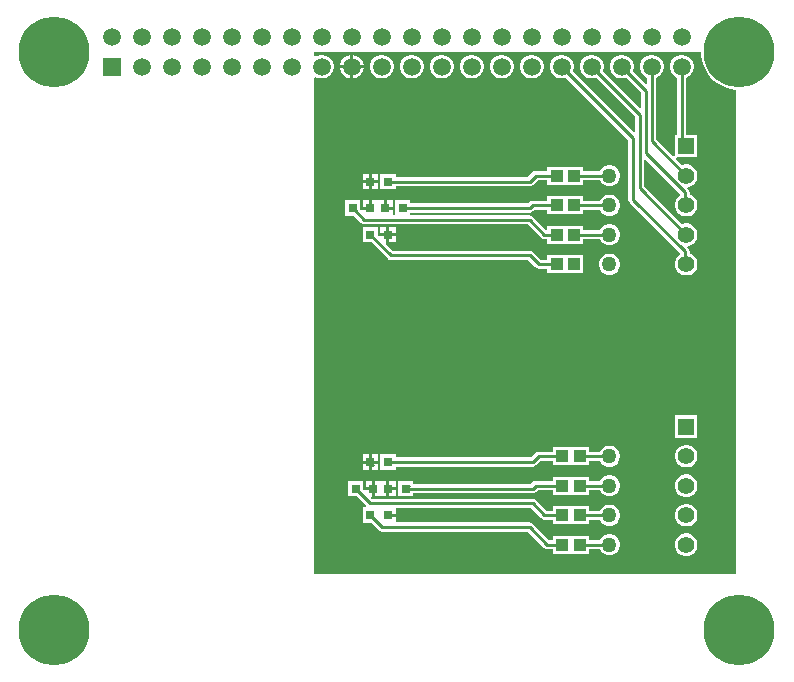
<source format=gbr>
%TF.GenerationSoftware,Altium Limited,Altium Designer,23.10.1 (27)*%
G04 Layer_Physical_Order=1*
G04 Layer_Color=255*
%FSLAX45Y45*%
%MOMM*%
%TF.SameCoordinates,4109F3B7-FE55-4884-923A-908B48AE38E2*%
%TF.FilePolarity,Positive*%
%TF.FileFunction,Copper,L1,Top,Signal*%
%TF.Part,Single*%
G01*
G75*
%TA.AperFunction,SMDPad,CuDef*%
%ADD10R,1.05490X1.00620*%
%ADD11R,0.80000X0.80000*%
%TA.AperFunction,Conductor*%
%ADD12C,0.25400*%
%TA.AperFunction,ComponentPad*%
%ADD13R,1.50000X1.50000*%
%ADD14C,1.50000*%
%ADD15C,1.40000*%
%ADD16R,1.40000X1.40000*%
%TA.AperFunction,ViaPad*%
%ADD17C,6.00000*%
%ADD18C,1.27000*%
G36*
X2225911Y2356618D02*
Y2356851D01*
X2226145D01*
Y2356618D01*
X2226378D01*
Y2356384D01*
X2225911D01*
Y2356618D01*
D02*
G37*
G36*
X2275911Y5581617D02*
Y5581851D01*
X2276145D01*
Y5581617D01*
X2276378D01*
Y5581384D01*
X2275911D01*
Y5581617D01*
D02*
G37*
G36*
X7474600Y6874390D02*
X7482612Y6823802D01*
X7498440Y6775090D01*
X7521693Y6729453D01*
X7551799Y6688016D01*
X7588016Y6651799D01*
X7629453Y6621693D01*
X7675090Y6598440D01*
X7723802Y6582612D01*
X7774390Y6574600D01*
X7775000D01*
Y3218633D01*
Y2475000D01*
X4200000D01*
Y6500000D01*
Y6679931D01*
X4212700Y6687263D01*
X4226247Y6679442D01*
X4251782Y6672600D01*
X4278218D01*
X4303753Y6679442D01*
X4326647Y6692660D01*
X4345340Y6711353D01*
X4358558Y6734247D01*
X4365400Y6759782D01*
Y6786218D01*
X4358558Y6811753D01*
X4345340Y6834647D01*
X4326647Y6853340D01*
X4303753Y6866558D01*
X4278218Y6873400D01*
X4251782D01*
X4226247Y6866558D01*
X4212700Y6858736D01*
X4200000Y6866069D01*
Y6900000D01*
X7474600D01*
Y6874390D01*
D02*
G37*
%LPC*%
G36*
X4532218Y6873400D02*
X4531700D01*
Y6785700D01*
X4619400D01*
Y6786218D01*
X4612558Y6811753D01*
X4599340Y6834647D01*
X4580647Y6853340D01*
X4557753Y6866558D01*
X4532218Y6873400D01*
D02*
G37*
G36*
X4506300D02*
X4505782D01*
X4480247Y6866558D01*
X4457353Y6853340D01*
X4438660Y6834647D01*
X4425442Y6811753D01*
X4418600Y6786218D01*
Y6785700D01*
X4506300D01*
Y6873400D01*
D02*
G37*
G36*
X6056218D02*
X6029782D01*
X6004247Y6866558D01*
X5981353Y6853340D01*
X5962660Y6834647D01*
X5949442Y6811753D01*
X5942600Y6786218D01*
Y6759782D01*
X5949442Y6734247D01*
X5962660Y6711353D01*
X5981353Y6692660D01*
X6004247Y6679442D01*
X6029782Y6672600D01*
X6056218D01*
X6081753Y6679442D01*
X6104647Y6692660D01*
X6123340Y6711353D01*
X6136558Y6734247D01*
X6143400Y6759782D01*
Y6786218D01*
X6136558Y6811753D01*
X6123340Y6834647D01*
X6104647Y6853340D01*
X6081753Y6866558D01*
X6056218Y6873400D01*
D02*
G37*
G36*
X5802218D02*
X5775782D01*
X5750247Y6866558D01*
X5727353Y6853340D01*
X5708660Y6834647D01*
X5695442Y6811753D01*
X5688600Y6786218D01*
Y6759782D01*
X5695442Y6734247D01*
X5708660Y6711353D01*
X5727353Y6692660D01*
X5750247Y6679442D01*
X5775782Y6672600D01*
X5802218D01*
X5827753Y6679442D01*
X5850647Y6692660D01*
X5869340Y6711353D01*
X5882558Y6734247D01*
X5889400Y6759782D01*
Y6786218D01*
X5882558Y6811753D01*
X5869340Y6834647D01*
X5850647Y6853340D01*
X5827753Y6866558D01*
X5802218Y6873400D01*
D02*
G37*
G36*
X5548218D02*
X5521782D01*
X5496247Y6866558D01*
X5473353Y6853340D01*
X5454660Y6834647D01*
X5441442Y6811753D01*
X5434600Y6786218D01*
Y6759782D01*
X5441442Y6734247D01*
X5454660Y6711353D01*
X5473353Y6692660D01*
X5496247Y6679442D01*
X5521782Y6672600D01*
X5548218D01*
X5573753Y6679442D01*
X5596647Y6692660D01*
X5615340Y6711353D01*
X5628558Y6734247D01*
X5635400Y6759782D01*
Y6786218D01*
X5628558Y6811753D01*
X5615340Y6834647D01*
X5596647Y6853340D01*
X5573753Y6866558D01*
X5548218Y6873400D01*
D02*
G37*
G36*
X5294218D02*
X5267782D01*
X5242247Y6866558D01*
X5219353Y6853340D01*
X5200660Y6834647D01*
X5187442Y6811753D01*
X5180600Y6786218D01*
Y6759782D01*
X5187442Y6734247D01*
X5200660Y6711353D01*
X5219353Y6692660D01*
X5242247Y6679442D01*
X5267782Y6672600D01*
X5294218D01*
X5319753Y6679442D01*
X5342647Y6692660D01*
X5361340Y6711353D01*
X5374558Y6734247D01*
X5381400Y6759782D01*
Y6786218D01*
X5374558Y6811753D01*
X5361340Y6834647D01*
X5342647Y6853340D01*
X5319753Y6866558D01*
X5294218Y6873400D01*
D02*
G37*
G36*
X5040218D02*
X5013782D01*
X4988247Y6866558D01*
X4965353Y6853340D01*
X4946660Y6834647D01*
X4933442Y6811753D01*
X4926600Y6786218D01*
Y6759782D01*
X4933442Y6734247D01*
X4946660Y6711353D01*
X4965353Y6692660D01*
X4988247Y6679442D01*
X5013782Y6672600D01*
X5040218D01*
X5065753Y6679442D01*
X5088647Y6692660D01*
X5107340Y6711353D01*
X5120558Y6734247D01*
X5127400Y6759782D01*
Y6786218D01*
X5120558Y6811753D01*
X5107340Y6834647D01*
X5088647Y6853340D01*
X5065753Y6866558D01*
X5040218Y6873400D01*
D02*
G37*
G36*
X4786218D02*
X4759782D01*
X4734247Y6866558D01*
X4711353Y6853340D01*
X4692660Y6834647D01*
X4679442Y6811753D01*
X4672600Y6786218D01*
Y6759782D01*
X4679442Y6734247D01*
X4692660Y6711353D01*
X4711353Y6692660D01*
X4734247Y6679442D01*
X4759782Y6672600D01*
X4786218D01*
X4811753Y6679442D01*
X4834647Y6692660D01*
X4853340Y6711353D01*
X4866558Y6734247D01*
X4873400Y6759782D01*
Y6786218D01*
X4866558Y6811753D01*
X4853340Y6834647D01*
X4834647Y6853340D01*
X4811753Y6866558D01*
X4786218Y6873400D01*
D02*
G37*
G36*
X4619400Y6760300D02*
X4531700D01*
Y6672600D01*
X4532218D01*
X4557753Y6679442D01*
X4580647Y6692660D01*
X4599340Y6711353D01*
X4612558Y6734247D01*
X4619400Y6759782D01*
Y6760300D01*
D02*
G37*
G36*
X4506300D02*
X4418600D01*
Y6759782D01*
X4425442Y6734247D01*
X4438660Y6711353D01*
X4457353Y6692660D01*
X4480247Y6679442D01*
X4505782Y6672600D01*
X4506300D01*
Y6760300D01*
D02*
G37*
G36*
X7326218Y6873400D02*
X7299782D01*
X7274247Y6866558D01*
X7251353Y6853340D01*
X7232660Y6834647D01*
X7219442Y6811753D01*
X7212600Y6786218D01*
Y6759782D01*
X7219442Y6734247D01*
X7232660Y6711353D01*
X7251353Y6692660D01*
X7274154Y6679496D01*
Y6195399D01*
X7254600D01*
Y6018297D01*
X7241900Y6013036D01*
X7097847Y6157090D01*
Y6679496D01*
X7120647Y6692660D01*
X7139340Y6711353D01*
X7152558Y6734247D01*
X7159400Y6759782D01*
Y6786218D01*
X7152558Y6811753D01*
X7139340Y6834647D01*
X7120647Y6853340D01*
X7097753Y6866558D01*
X7072218Y6873400D01*
X7045782D01*
X7020247Y6866558D01*
X6997353Y6853340D01*
X6978660Y6834647D01*
X6965442Y6811753D01*
X6958600Y6786218D01*
Y6759782D01*
X6965442Y6734247D01*
X6978660Y6711353D01*
X6997353Y6692660D01*
X7020154Y6679496D01*
Y6629377D01*
X7008420Y6624517D01*
X6898586Y6734351D01*
X6905400Y6759782D01*
Y6786218D01*
X6898558Y6811753D01*
X6885340Y6834647D01*
X6866647Y6853340D01*
X6843753Y6866558D01*
X6818218Y6873400D01*
X6791782D01*
X6766247Y6866558D01*
X6743353Y6853340D01*
X6724660Y6834647D01*
X6711442Y6811753D01*
X6704600Y6786218D01*
Y6759782D01*
X6711442Y6734247D01*
X6724660Y6711353D01*
X6743353Y6692660D01*
X6766247Y6679442D01*
X6791782Y6672600D01*
X6818218D01*
X6843649Y6679414D01*
X6969354Y6553709D01*
Y6426177D01*
X6957620Y6421317D01*
X6644586Y6734351D01*
X6651400Y6759782D01*
Y6786218D01*
X6644558Y6811753D01*
X6631340Y6834647D01*
X6612647Y6853340D01*
X6589753Y6866558D01*
X6564218Y6873400D01*
X6537782D01*
X6512247Y6866558D01*
X6489353Y6853340D01*
X6470660Y6834647D01*
X6457442Y6811753D01*
X6450600Y6786218D01*
Y6759782D01*
X6457442Y6734247D01*
X6470660Y6711353D01*
X6489353Y6692660D01*
X6512247Y6679442D01*
X6537782Y6672600D01*
X6564218D01*
X6589649Y6679414D01*
X6918554Y6350509D01*
Y6222977D01*
X6906820Y6218117D01*
X6390586Y6734351D01*
X6397400Y6759782D01*
Y6786218D01*
X6390558Y6811753D01*
X6377340Y6834647D01*
X6358647Y6853340D01*
X6335753Y6866558D01*
X6310218Y6873400D01*
X6283782D01*
X6258247Y6866558D01*
X6235353Y6853340D01*
X6216660Y6834647D01*
X6203442Y6811753D01*
X6196600Y6786218D01*
Y6759782D01*
X6203442Y6734247D01*
X6216660Y6711353D01*
X6235353Y6692660D01*
X6258247Y6679442D01*
X6283782Y6672600D01*
X6310218D01*
X6335649Y6679414D01*
X6861153Y6153909D01*
Y5647123D01*
X6864110Y5632257D01*
X6872531Y5619654D01*
X7299100Y5193085D01*
X7298076Y5180179D01*
X7291423Y5176338D01*
X7273661Y5158576D01*
X7261102Y5136822D01*
X7254600Y5112559D01*
Y5087440D01*
X7261102Y5063177D01*
X7273661Y5041422D01*
X7291423Y5023661D01*
X7313177Y5011101D01*
X7337440Y5004600D01*
X7362560D01*
X7386823Y5011101D01*
X7408577Y5023661D01*
X7426339Y5041422D01*
X7438899Y5063177D01*
X7445400Y5087440D01*
Y5112559D01*
X7438899Y5136822D01*
X7426339Y5158576D01*
X7408577Y5176338D01*
X7386823Y5188898D01*
X7377870Y5191297D01*
Y5208100D01*
X7374913Y5222965D01*
X7366492Y5235568D01*
X7358800Y5243260D01*
X7364816Y5255204D01*
X7386823Y5261101D01*
X7408577Y5273661D01*
X7426339Y5291422D01*
X7438899Y5313177D01*
X7445400Y5337440D01*
Y5362559D01*
X7438899Y5386822D01*
X7426339Y5408576D01*
X7408577Y5426338D01*
X7386823Y5438898D01*
X7362560Y5445399D01*
X7337440D01*
X7315434Y5439503D01*
X6996247Y5758690D01*
Y5979346D01*
X7007980Y5984206D01*
X7299100Y5693085D01*
X7298076Y5680179D01*
X7291423Y5676338D01*
X7273661Y5658576D01*
X7261102Y5636822D01*
X7254600Y5612559D01*
Y5587440D01*
X7261102Y5563177D01*
X7273661Y5541422D01*
X7291423Y5523661D01*
X7313177Y5511101D01*
X7337440Y5504600D01*
X7362560D01*
X7386823Y5511101D01*
X7408577Y5523661D01*
X7426339Y5541422D01*
X7438899Y5563177D01*
X7445400Y5587440D01*
Y5612559D01*
X7438899Y5636822D01*
X7426339Y5658576D01*
X7408577Y5676338D01*
X7386823Y5688898D01*
X7377870Y5691297D01*
Y5708100D01*
X7374913Y5722965D01*
X7366492Y5735568D01*
X7358800Y5743260D01*
X7364816Y5755204D01*
X7386823Y5761101D01*
X7408577Y5773661D01*
X7426339Y5791423D01*
X7438899Y5813177D01*
X7445400Y5837440D01*
Y5862559D01*
X7438899Y5886822D01*
X7426339Y5908576D01*
X7408577Y5926338D01*
X7386823Y5938898D01*
X7362560Y5945399D01*
X7337440D01*
X7315434Y5939503D01*
X7263037Y5991900D01*
X7268298Y6004600D01*
X7445400D01*
Y6195399D01*
X7351847D01*
Y6679496D01*
X7374647Y6692660D01*
X7393340Y6711353D01*
X7406558Y6734247D01*
X7413400Y6759782D01*
Y6786218D01*
X7406558Y6811753D01*
X7393340Y6834647D01*
X7374647Y6853340D01*
X7351753Y6866558D01*
X7326218Y6873400D01*
D02*
G37*
G36*
X6711704Y5938900D02*
X6688296D01*
X6665686Y5932842D01*
X6645414Y5921138D01*
X6628862Y5904586D01*
X6619775Y5888846D01*
X6475710D01*
Y5925710D01*
X6174290D01*
Y5888846D01*
X6075000D01*
X6060134Y5885889D01*
X6047531Y5877469D01*
X6008909Y5838847D01*
X4890400D01*
Y5865400D01*
X4759600D01*
Y5734600D01*
X4890400D01*
Y5761154D01*
X6025000D01*
X6039866Y5764111D01*
X6052469Y5772532D01*
X6091091Y5811153D01*
X6174290D01*
Y5774290D01*
X6475710D01*
Y5811153D01*
X6619775D01*
X6628862Y5795414D01*
X6645414Y5778862D01*
X6665686Y5767158D01*
X6688296Y5761100D01*
X6711704D01*
X6734314Y5767158D01*
X6754586Y5778862D01*
X6771138Y5795414D01*
X6782842Y5815686D01*
X6788900Y5838296D01*
Y5861704D01*
X6782842Y5884314D01*
X6771138Y5904586D01*
X6754586Y5921138D01*
X6734314Y5932842D01*
X6711704Y5938900D01*
D02*
G37*
G36*
X4740400Y5865400D02*
X4687700D01*
Y5812700D01*
X4740400D01*
Y5865400D01*
D02*
G37*
G36*
X4662300D02*
X4609600D01*
Y5812700D01*
X4662300D01*
Y5865400D01*
D02*
G37*
G36*
X4740400Y5787300D02*
X4687700D01*
Y5734600D01*
X4740400D01*
Y5787300D01*
D02*
G37*
G36*
X4662300D02*
X4609600D01*
Y5734600D01*
X4662300D01*
Y5787300D01*
D02*
G37*
G36*
X6711704Y5688900D02*
X6688296D01*
X6665686Y5682842D01*
X6645414Y5671138D01*
X6628862Y5654586D01*
X6619775Y5638846D01*
X6475710D01*
Y5675710D01*
X6174290D01*
Y5638846D01*
X6050000D01*
X6035134Y5635889D01*
X6022532Y5627469D01*
X6008909Y5613847D01*
X5015400D01*
Y5640400D01*
X4884600D01*
Y5513846D01*
X4865400D01*
Y5562301D01*
X4799999D01*
Y5575001D01*
X4787299D01*
Y5640400D01*
X4734600D01*
Y5640400D01*
X4687700D01*
Y5575000D01*
X4675000D01*
Y5562300D01*
X4601531D01*
X4597485Y5560517D01*
X4590400Y5566197D01*
Y5640400D01*
X4459600D01*
Y5509600D01*
X4535462D01*
X4597531Y5447531D01*
X4610134Y5439111D01*
X4624999Y5436153D01*
X6008909D01*
X6122531Y5322531D01*
X6135134Y5314111D01*
X6150000Y5311153D01*
X6174290D01*
Y5274290D01*
X6475710D01*
Y5311153D01*
X6619775D01*
X6628862Y5295414D01*
X6645414Y5278862D01*
X6665686Y5267158D01*
X6688296Y5261100D01*
X6711704D01*
X6734314Y5267158D01*
X6754586Y5278862D01*
X6771138Y5295414D01*
X6782842Y5315686D01*
X6788900Y5338296D01*
Y5361704D01*
X6782842Y5384314D01*
X6771138Y5404586D01*
X6754586Y5421138D01*
X6734314Y5432842D01*
X6711704Y5438900D01*
X6688296D01*
X6665686Y5432842D01*
X6645414Y5421138D01*
X6628862Y5404586D01*
X6619775Y5388846D01*
X6475710D01*
Y5425710D01*
X6174290D01*
Y5398607D01*
X6161590Y5393347D01*
X6052468Y5502469D01*
X6039866Y5510889D01*
X6025000Y5513846D01*
X5015400D01*
Y5536154D01*
X6025000D01*
X6039866Y5539111D01*
X6052469Y5547531D01*
X6066091Y5561153D01*
X6174290D01*
Y5524290D01*
X6475710D01*
Y5561153D01*
X6619775D01*
X6628862Y5545414D01*
X6645414Y5528862D01*
X6665686Y5517158D01*
X6688296Y5511100D01*
X6711704D01*
X6734314Y5517158D01*
X6754586Y5528862D01*
X6771138Y5545414D01*
X6782842Y5565686D01*
X6788900Y5588296D01*
Y5611704D01*
X6782842Y5634314D01*
X6771138Y5654586D01*
X6754586Y5671138D01*
X6734314Y5682842D01*
X6711704Y5688900D01*
D02*
G37*
G36*
X4865400Y5640400D02*
X4812699D01*
Y5587701D01*
X4865400D01*
Y5640400D01*
D02*
G37*
G36*
X4662300Y5640400D02*
X4609600D01*
Y5587700D01*
X4662300D01*
Y5640400D01*
D02*
G37*
G36*
X4890400Y5415400D02*
X4837700D01*
Y5362700D01*
X4890400D01*
Y5415400D01*
D02*
G37*
G36*
X4812300D02*
X4759600D01*
Y5362700D01*
X4812300D01*
Y5415400D01*
D02*
G37*
G36*
X4890400Y5337300D02*
X4837700D01*
Y5284600D01*
X4890400D01*
Y5337300D01*
D02*
G37*
G36*
X4740400Y5415400D02*
X4609600D01*
Y5284600D01*
X4685463D01*
X4822531Y5147531D01*
X4835134Y5139111D01*
X4850000Y5136154D01*
X6008909D01*
X6072531Y5072531D01*
X6085134Y5064111D01*
X6100000Y5061153D01*
X6174290D01*
Y5024290D01*
X6475710D01*
Y5175710D01*
X6174290D01*
Y5138846D01*
X6116091D01*
X6052468Y5202469D01*
X6039866Y5210890D01*
X6025000Y5213847D01*
X4866091D01*
X4807070Y5272867D01*
X4811931Y5284600D01*
X4812300D01*
Y5337300D01*
X4751531D01*
X4747485Y5335518D01*
X4740400Y5341197D01*
Y5415400D01*
D02*
G37*
G36*
X6711704Y5188900D02*
X6688296D01*
X6665686Y5182842D01*
X6645414Y5171138D01*
X6628862Y5154586D01*
X6617158Y5134314D01*
X6611100Y5111704D01*
Y5088296D01*
X6617158Y5065686D01*
X6628862Y5045414D01*
X6645414Y5028862D01*
X6665686Y5017158D01*
X6688296Y5011100D01*
X6711704D01*
X6734314Y5017158D01*
X6754586Y5028862D01*
X6771138Y5045414D01*
X6782842Y5065686D01*
X6788900Y5088296D01*
Y5111704D01*
X6782842Y5134314D01*
X6771138Y5154586D01*
X6754586Y5171138D01*
X6734314Y5182842D01*
X6711704Y5188900D01*
D02*
G37*
G36*
X7445400Y3820400D02*
X7254600D01*
Y3629600D01*
X7445400D01*
Y3820400D01*
D02*
G37*
G36*
X6711704Y3563900D02*
X6688296D01*
X6665686Y3557841D01*
X6645414Y3546138D01*
X6628862Y3529586D01*
X6619775Y3513846D01*
X6525710D01*
Y3550710D01*
X6224290D01*
Y3513846D01*
X6100000D01*
X6085134Y3510889D01*
X6072531Y3502468D01*
X6033909Y3463847D01*
X4890400D01*
Y3490400D01*
X4759600D01*
Y3359600D01*
X4890400D01*
Y3386154D01*
X6050000D01*
X6064866Y3389111D01*
X6077469Y3397531D01*
X6116091Y3436153D01*
X6224290D01*
Y3399290D01*
X6525710D01*
Y3436153D01*
X6619775D01*
X6628862Y3420414D01*
X6645414Y3403862D01*
X6665686Y3392158D01*
X6688296Y3386100D01*
X6711704D01*
X6734314Y3392158D01*
X6754586Y3403862D01*
X6771138Y3420414D01*
X6782842Y3440686D01*
X6788900Y3463296D01*
Y3486704D01*
X6782842Y3509314D01*
X6771138Y3529586D01*
X6754586Y3546138D01*
X6734314Y3557841D01*
X6711704Y3563900D01*
D02*
G37*
G36*
X4740400Y3490400D02*
X4687700D01*
Y3437700D01*
X4740400D01*
Y3490400D01*
D02*
G37*
G36*
X4662300D02*
X4609600D01*
Y3437700D01*
X4662300D01*
Y3490400D01*
D02*
G37*
G36*
X7362560Y3570400D02*
X7337440D01*
X7313177Y3563898D01*
X7291423Y3551339D01*
X7273661Y3533577D01*
X7261102Y3511823D01*
X7254600Y3487559D01*
Y3462440D01*
X7261102Y3438177D01*
X7273661Y3416423D01*
X7291423Y3398661D01*
X7313177Y3386101D01*
X7337440Y3379600D01*
X7362560D01*
X7386823Y3386101D01*
X7408577Y3398661D01*
X7426339Y3416423D01*
X7438899Y3438177D01*
X7445400Y3462440D01*
Y3487559D01*
X7438899Y3511823D01*
X7426339Y3533577D01*
X7408577Y3551339D01*
X7386823Y3563898D01*
X7362560Y3570400D01*
D02*
G37*
G36*
X4740400Y3412300D02*
X4687700D01*
Y3359600D01*
X4740400D01*
Y3412300D01*
D02*
G37*
G36*
X4662300D02*
X4609600D01*
Y3359600D01*
X4662300D01*
Y3412300D01*
D02*
G37*
G36*
X6711704Y3313900D02*
X6688296D01*
X6665686Y3307841D01*
X6645414Y3296138D01*
X6628862Y3279586D01*
X6619775Y3263846D01*
X6525710D01*
Y3300710D01*
X6224290D01*
Y3263846D01*
X6075000D01*
X6060134Y3260889D01*
X6047531Y3252468D01*
X6033909Y3238846D01*
X5040400D01*
Y3265400D01*
X4909600D01*
Y3134600D01*
X5040400D01*
Y3161153D01*
X6050000D01*
X6064866Y3164111D01*
X6077469Y3172531D01*
X6091091Y3186153D01*
X6224290D01*
Y3149290D01*
X6525710D01*
Y3186153D01*
X6619775D01*
X6628862Y3170414D01*
X6645414Y3153862D01*
X6665686Y3142158D01*
X6688296Y3136100D01*
X6711704D01*
X6734314Y3142158D01*
X6754586Y3153862D01*
X6771138Y3170414D01*
X6782842Y3190686D01*
X6788900Y3213296D01*
Y3236704D01*
X6782842Y3259314D01*
X6771138Y3279586D01*
X6754586Y3296138D01*
X6734314Y3307841D01*
X6711704Y3313900D01*
D02*
G37*
G36*
X4890400Y3265400D02*
X4837701D01*
Y3212700D01*
X4890400D01*
Y3265400D01*
D02*
G37*
G36*
X4687300D02*
X4634600D01*
Y3212700D01*
X4687300D01*
Y3265400D01*
D02*
G37*
G36*
X4890400Y3187300D02*
X4837701D01*
Y3134600D01*
X4890400D01*
Y3187300D01*
D02*
G37*
G36*
X4812301Y3265400D02*
X4712700D01*
Y3200000D01*
Y3134600D01*
X4812301D01*
Y3200000D01*
Y3265400D01*
D02*
G37*
G36*
X7362560Y3320400D02*
X7337440D01*
X7313177Y3313898D01*
X7291423Y3301339D01*
X7273661Y3283577D01*
X7261102Y3261823D01*
X7254600Y3237559D01*
Y3212440D01*
X7261102Y3188177D01*
X7273661Y3166423D01*
X7291423Y3148661D01*
X7313177Y3136101D01*
X7337440Y3129600D01*
X7362560D01*
X7386823Y3136101D01*
X7408577Y3148661D01*
X7426339Y3166423D01*
X7438899Y3188177D01*
X7445400Y3212440D01*
Y3237559D01*
X7438899Y3261823D01*
X7426339Y3283577D01*
X7408577Y3301339D01*
X7386823Y3313898D01*
X7362560Y3320400D01*
D02*
G37*
G36*
X4615400Y3265400D02*
X4484600D01*
Y3134600D01*
X4560463D01*
X4641963Y3053100D01*
X4636702Y3040400D01*
X4609600D01*
Y2909600D01*
X4685463D01*
X4747531Y2847532D01*
X4760134Y2839111D01*
X4775000Y2836154D01*
X6008909D01*
X6147532Y2697531D01*
X6160134Y2689110D01*
X6175000Y2686153D01*
X6224290D01*
Y2649290D01*
X6525710D01*
Y2686153D01*
X6619775D01*
X6628862Y2670414D01*
X6645414Y2653862D01*
X6665686Y2642158D01*
X6688296Y2636100D01*
X6711704D01*
X6734314Y2642158D01*
X6754586Y2653862D01*
X6771138Y2670414D01*
X6782842Y2690686D01*
X6788900Y2713296D01*
Y2736704D01*
X6782842Y2759314D01*
X6771138Y2779586D01*
X6754586Y2796138D01*
X6734314Y2807841D01*
X6711704Y2813900D01*
X6688296D01*
X6665686Y2807841D01*
X6645414Y2796138D01*
X6628862Y2779586D01*
X6619775Y2763846D01*
X6525710D01*
Y2800710D01*
X6224290D01*
Y2763846D01*
X6191091D01*
X6052468Y2902469D01*
X6039866Y2910890D01*
X6025000Y2913847D01*
X4890400D01*
Y2962300D01*
X4825000D01*
Y2987700D01*
X4890400D01*
Y3035003D01*
X6035059D01*
X6122531Y2947531D01*
X6135134Y2939110D01*
X6150000Y2936153D01*
X6224290D01*
Y2899290D01*
X6525710D01*
Y2936153D01*
X6619775D01*
X6628862Y2920414D01*
X6645414Y2903862D01*
X6665686Y2892158D01*
X6688296Y2886100D01*
X6711704D01*
X6734314Y2892158D01*
X6754586Y2903862D01*
X6771138Y2920414D01*
X6782842Y2940686D01*
X6788900Y2963296D01*
Y2986704D01*
X6782842Y3009314D01*
X6771138Y3029586D01*
X6754586Y3046138D01*
X6734314Y3057841D01*
X6711704Y3063900D01*
X6688296D01*
X6665686Y3057841D01*
X6645414Y3046138D01*
X6628862Y3029586D01*
X6619775Y3013846D01*
X6525710D01*
Y3050710D01*
X6224290D01*
Y3013846D01*
X6166091D01*
X6078619Y3101318D01*
X6066016Y3109739D01*
X6051150Y3112696D01*
X4692241D01*
X4682070Y3122867D01*
X4686931Y3134600D01*
X4687300D01*
Y3187300D01*
X4626531D01*
X4622485Y3185518D01*
X4615400Y3191197D01*
Y3265400D01*
D02*
G37*
G36*
X7362560Y3070399D02*
X7337440D01*
X7313177Y3063898D01*
X7291423Y3051339D01*
X7273661Y3033577D01*
X7261102Y3011823D01*
X7254600Y2987559D01*
Y2962440D01*
X7261102Y2938177D01*
X7273661Y2916423D01*
X7291423Y2898661D01*
X7313177Y2886101D01*
X7337440Y2879600D01*
X7362560D01*
X7386823Y2886101D01*
X7408577Y2898661D01*
X7426339Y2916423D01*
X7438899Y2938177D01*
X7445400Y2962440D01*
Y2987559D01*
X7438899Y3011823D01*
X7426339Y3033577D01*
X7408577Y3051339D01*
X7386823Y3063898D01*
X7362560Y3070399D01*
D02*
G37*
G36*
Y2820399D02*
X7337440D01*
X7313177Y2813898D01*
X7291423Y2801339D01*
X7273661Y2783577D01*
X7261102Y2761823D01*
X7254600Y2737559D01*
Y2712440D01*
X7261102Y2688177D01*
X7273661Y2666423D01*
X7291423Y2648661D01*
X7313177Y2636101D01*
X7337440Y2629600D01*
X7362560D01*
X7386823Y2636101D01*
X7408577Y2648661D01*
X7426339Y2666423D01*
X7438899Y2688177D01*
X7445400Y2712440D01*
Y2737559D01*
X7438899Y2761823D01*
X7426339Y2783577D01*
X7408577Y2801339D01*
X7386823Y2813898D01*
X7362560Y2820399D01*
D02*
G37*
%LPD*%
D10*
X6302435Y3475000D02*
D03*
X6447565D02*
D03*
X6302435Y3225000D02*
D03*
X6447565D02*
D03*
X6302435Y2975000D02*
D03*
X6447565D02*
D03*
X6302435Y2725000D02*
D03*
X6447565D02*
D03*
X6252435Y5100000D02*
D03*
X6397565D02*
D03*
X6252435Y5350000D02*
D03*
X6397565D02*
D03*
X6252435Y5600000D02*
D03*
X6397565D02*
D03*
X6252435Y5850000D02*
D03*
X6397565D02*
D03*
D11*
X4825000Y3200000D02*
D03*
X4975000D02*
D03*
X4800000Y5575000D02*
D03*
X4950000D02*
D03*
X4675000Y5575000D02*
D03*
X4525000D02*
D03*
X4825000Y2975000D02*
D03*
X4675000D02*
D03*
X4700000Y3200000D02*
D03*
X4550000D02*
D03*
X4675000Y3425000D02*
D03*
X4825000D02*
D03*
X4675000Y5800000D02*
D03*
X4825000D02*
D03*
X4825000Y5350000D02*
D03*
X4675000D02*
D03*
D12*
X6175000Y2725000D02*
X6300000D01*
X4775000Y2875000D02*
X6025000D01*
X6175000Y2725000D01*
X6150000Y2975000D02*
X6300000D01*
X4676150Y3073850D02*
X6051150D01*
X6150000Y2975000D01*
X6075000Y3225000D02*
X6300000D01*
X4975000Y3200000D02*
X6050000D01*
X6075000Y3225000D01*
X6100000Y3475000D02*
X6300000D01*
X4825000Y3425000D02*
X6050000D01*
X6100000Y3475000D01*
Y5100000D02*
X6250000D01*
X6025000Y5175000D02*
X6100000Y5100000D01*
X4850000Y5175000D02*
X6025000D01*
X4624999Y5475000D02*
X6025000D01*
X4525000Y5575000D02*
X4552300Y5547700D01*
Y5547699D02*
Y5547700D01*
Y5547699D02*
X4624999Y5475000D01*
X6150000Y5350000D02*
X6250000D01*
X6025000Y5475000D02*
X6150000Y5350000D01*
X6050000Y5600000D02*
X6250000D01*
X4950000Y5575000D02*
X6025000D01*
X6050000Y5600000D01*
X6075000Y5850000D02*
X6250000D01*
X4825000Y5800000D02*
X6025000D01*
X6075000Y5850000D01*
X6397565Y5350000D02*
X6700000D01*
X6397565Y5600000D02*
X6700000D01*
X6397565Y5850000D02*
X6700000D01*
X6447565Y2725000D02*
X6700000D01*
X6447565Y2975000D02*
X6700000D01*
X6447565Y3225000D02*
X6700000D01*
X6447565Y3475000D02*
X6700000D01*
X4675000Y5350000D02*
X4850000Y5175000D01*
X4675000Y2975000D02*
X4775000Y2875000D01*
X4550000Y3200000D02*
X4676150Y3073850D01*
X4675000Y3425000D02*
X4700000Y3400000D01*
X6700000Y3475000D02*
X6700000Y3475000D01*
X4975000Y3200000D02*
X5000000Y3225000D01*
X7325000Y5100000D02*
X7325000Y5100000D01*
X6823000Y6755000D02*
X7008200Y6569800D01*
X6957400Y5742599D02*
Y6366600D01*
X6297000Y6773000D02*
X6900000Y6170000D01*
Y5647123D02*
Y6170000D01*
X6805000Y6755000D02*
X6823000D01*
X6551000Y6773000D02*
X6957400Y6366600D01*
X7008200Y6038923D02*
Y6569800D01*
Y6038923D02*
X7339023Y5708100D01*
X6900000Y5647123D02*
X7339023Y5208100D01*
X6957400Y5742599D02*
X7350000Y5349999D01*
X7339023Y5110976D02*
X7350000Y5099999D01*
X7339023Y5110976D02*
Y5208100D01*
Y5610976D02*
X7350000Y5599999D01*
X7339023Y5610976D02*
Y5708100D01*
X7059000Y6140999D02*
Y6773000D01*
Y6140999D02*
X7350000Y5850000D01*
X7350000D01*
X7350000Y5850000D02*
X7350000Y5850000D01*
X7313000Y6137000D02*
Y6773000D01*
Y6137000D02*
X7350000Y6100000D01*
X4675000Y5375000D02*
X4675001D01*
X4675000Y5800000D02*
X4675000Y5800000D01*
X4675000Y5775000D02*
X4675000Y5775000D01*
D13*
X2487000Y6773000D02*
D03*
D14*
Y7027000D02*
D03*
X2741000Y6773000D02*
D03*
Y7027000D02*
D03*
X2995000Y6773000D02*
D03*
Y7027000D02*
D03*
X3249000Y6773000D02*
D03*
Y7027000D02*
D03*
X3503000Y6773000D02*
D03*
Y7027000D02*
D03*
X3757000Y6773000D02*
D03*
Y7027000D02*
D03*
X4011000Y6773000D02*
D03*
Y7027000D02*
D03*
X4265000Y6773000D02*
D03*
Y7027000D02*
D03*
X4519000Y6773000D02*
D03*
Y7027000D02*
D03*
X4773000Y6773000D02*
D03*
Y7027000D02*
D03*
X5027000Y6773000D02*
D03*
Y7027000D02*
D03*
X5281000Y6773000D02*
D03*
Y7027000D02*
D03*
X5535000Y6773000D02*
D03*
Y7027000D02*
D03*
X5789000Y6773000D02*
D03*
Y7027000D02*
D03*
X6043000Y6773000D02*
D03*
Y7027000D02*
D03*
X6297000Y6773000D02*
D03*
Y7027000D02*
D03*
X7313000D02*
D03*
Y6773000D02*
D03*
X7059000Y7027000D02*
D03*
Y6773000D02*
D03*
X6805000Y7027000D02*
D03*
Y6773000D02*
D03*
X6551000Y7027000D02*
D03*
Y6773000D02*
D03*
D15*
X7350000Y2725000D02*
D03*
Y2975000D02*
D03*
Y3225000D02*
D03*
Y3475000D02*
D03*
Y5099999D02*
D03*
Y5349999D02*
D03*
Y5599999D02*
D03*
Y5849999D02*
D03*
D16*
Y3725000D02*
D03*
Y6099999D02*
D03*
D17*
X7800000Y2000000D02*
D03*
Y6900000D02*
D03*
X2000000Y2000000D02*
D03*
Y6900000D02*
D03*
D18*
X6700000Y2725000D02*
D03*
Y2975000D02*
D03*
Y3225000D02*
D03*
Y3475000D02*
D03*
Y5100000D02*
D03*
Y5350000D02*
D03*
Y5600000D02*
D03*
Y5850000D02*
D03*
%TF.MD5,eb77e766654b0ad9bb3ed12a24c2cf6a*%
M02*

</source>
